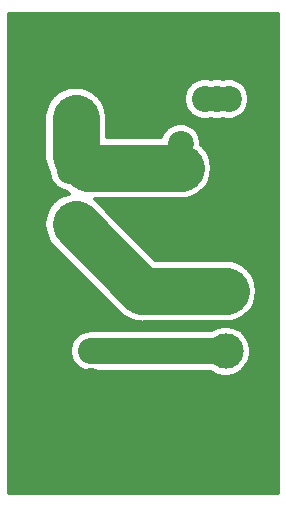
<source format=gbr>
%TF.GenerationSoftware,KiCad,Pcbnew,(5.1.6)-1*%
%TF.CreationDate,2022-07-04T15:30:00-05:00*%
%TF.ProjectId,laser_board,6c617365-725f-4626-9f61-72642e6b6963,rev?*%
%TF.SameCoordinates,Original*%
%TF.FileFunction,Copper,L2,Bot*%
%TF.FilePolarity,Positive*%
%FSLAX46Y46*%
G04 Gerber Fmt 4.6, Leading zero omitted, Abs format (unit mm)*
G04 Created by KiCad (PCBNEW (5.1.6)-1) date 2022-07-04 15:30:00*
%MOMM*%
%LPD*%
G01*
G04 APERTURE LIST*
%TA.AperFunction,ComponentPad*%
%ADD10C,2.200000*%
%TD*%
%TA.AperFunction,ComponentPad*%
%ADD11C,3.000000*%
%TD*%
%TA.AperFunction,ViaPad*%
%ADD12C,3.400000*%
%TD*%
%TA.AperFunction,Conductor*%
%ADD13C,4.000000*%
%TD*%
%TA.AperFunction,Conductor*%
%ADD14C,2.200000*%
%TD*%
%TA.AperFunction,Conductor*%
%ADD15C,0.300000*%
%TD*%
G04 APERTURE END LIST*
D10*
%TO.P,J1,2*%
%TO.N,Net-(J1-Pad2)*%
X21336000Y28194000D03*
X21336000Y29210000D03*
X21336000Y30226000D03*
%TO.P,J1,1*%
%TO.N,Net-(J1-Pad1)*%
X15240000Y28194000D03*
X15240000Y29210000D03*
X15240000Y30226000D03*
%TO.P,J1,3*%
%TO.N,Net-(J1-Pad3)*%
X19304000Y34036000D03*
X18288000Y34036000D03*
X17272000Y34036000D03*
%TD*%
D11*
%TO.P,J2,1*%
%TO.N,Net-(J2-Pad1)*%
X19050000Y17780000D03*
%TO.P,J2,2*%
%TO.N,Net-(J2-Pad2)*%
X19050000Y12700000D03*
%TO.P,J2,3*%
%TO.N,Net-(J1-Pad2)*%
X19050000Y7620000D03*
%TD*%
D10*
%TO.P,J3,1*%
%TO.N,Net-(J1-Pad2)*%
X7620000Y10160000D03*
%TO.P,J3,2*%
%TO.N,Net-(J2-Pad2)*%
X7620000Y12700000D03*
%TD*%
%TO.P,SW1,3*%
%TO.N,Net-(J2-Pad1)*%
X5842000Y23440000D03*
X7112000Y23440000D03*
%TO.P,SW1,2*%
%TO.N,Net-(J1-Pad1)*%
X5842000Y27940000D03*
X7112000Y27940000D03*
%TO.P,SW1,1*%
X5588000Y32440000D03*
X7112000Y32440000D03*
X6350000Y32440000D03*
%TO.P,SW1,2*%
X6350000Y27940000D03*
%TO.P,SW1,3*%
%TO.N,Net-(J2-Pad1)*%
X6350000Y23440000D03*
%TD*%
D12*
%TO.N,Net-(J1-Pad2)*%
X12700000Y38100000D03*
X12700000Y3810000D03*
%TD*%
D13*
%TO.N,Net-(J1-Pad1)*%
X15240000Y28194000D02*
X7366000Y28194000D01*
X6350000Y29210000D02*
X6350000Y32440000D01*
X7366000Y28194000D02*
X6350000Y29210000D01*
%TO.N,Net-(J2-Pad1)*%
X6350000Y23440000D02*
X12010000Y17780000D01*
X12010000Y17780000D02*
X19050000Y17780000D01*
D14*
%TO.N,Net-(J2-Pad2)*%
X7620000Y12700000D02*
X19050000Y12700000D01*
%TD*%
D15*
%TO.N,Net-(J1-Pad2)*%
G36*
X23455000Y675000D02*
G01*
X675000Y675000D01*
X675000Y12700000D01*
X5861533Y12700000D01*
X5870000Y12614032D01*
X5870000Y12527640D01*
X5886854Y12442909D01*
X5895321Y12356940D01*
X5920397Y12274276D01*
X5937251Y12189544D01*
X5970313Y12109727D01*
X5995388Y12027064D01*
X6036109Y11950881D01*
X6069170Y11871064D01*
X6117168Y11799231D01*
X6157888Y11723048D01*
X6212688Y11656274D01*
X6260686Y11584440D01*
X6321776Y11523350D01*
X6376576Y11456576D01*
X6443350Y11401776D01*
X6504440Y11340686D01*
X6576274Y11292688D01*
X6643048Y11237888D01*
X6719231Y11197168D01*
X6791064Y11149170D01*
X6870881Y11116109D01*
X6947064Y11075388D01*
X7029727Y11050313D01*
X7109544Y11017251D01*
X7194276Y11000397D01*
X7276940Y10975321D01*
X7362909Y10966854D01*
X7447640Y10950000D01*
X17799163Y10950000D01*
X18031593Y10794695D01*
X18422868Y10632623D01*
X18838243Y10550000D01*
X19261757Y10550000D01*
X19677132Y10632623D01*
X20068407Y10794695D01*
X20420545Y11029986D01*
X20720014Y11329455D01*
X20955305Y11681593D01*
X21117377Y12072868D01*
X21200000Y12488243D01*
X21200000Y12911757D01*
X21117377Y13327132D01*
X20955305Y13718407D01*
X20720014Y14070545D01*
X20420545Y14370014D01*
X20068407Y14605305D01*
X19677132Y14767377D01*
X19261757Y14850000D01*
X18838243Y14850000D01*
X18422868Y14767377D01*
X18031593Y14605305D01*
X17799163Y14450000D01*
X7447640Y14450000D01*
X7362909Y14433146D01*
X7276940Y14424679D01*
X7194276Y14399603D01*
X7109544Y14382749D01*
X7029727Y14349687D01*
X6947064Y14324612D01*
X6870881Y14283891D01*
X6791064Y14250830D01*
X6719231Y14202832D01*
X6643048Y14162112D01*
X6576274Y14107312D01*
X6504440Y14059314D01*
X6443350Y13998224D01*
X6376576Y13943424D01*
X6321776Y13876650D01*
X6260686Y13815560D01*
X6212688Y13743726D01*
X6157888Y13676952D01*
X6117168Y13600769D01*
X6069170Y13528936D01*
X6036109Y13449119D01*
X5995388Y13372936D01*
X5970313Y13290273D01*
X5937251Y13210456D01*
X5920397Y13125724D01*
X5895321Y13043060D01*
X5886854Y12957091D01*
X5870000Y12872360D01*
X5870000Y12785968D01*
X5861533Y12700000D01*
X675000Y12700000D01*
X675000Y29210000D01*
X3687179Y29210000D01*
X3700000Y29079823D01*
X3700000Y29079816D01*
X3738343Y28690510D01*
X3889873Y28190983D01*
X4092000Y27812830D01*
X4092000Y27767640D01*
X4159251Y27429544D01*
X4291170Y27111064D01*
X4482686Y26824440D01*
X4726440Y26580686D01*
X5013064Y26389170D01*
X5331544Y26257251D01*
X5618193Y26200233D01*
X5807674Y26044730D01*
X5330983Y25900127D01*
X4870616Y25654055D01*
X4467101Y25322899D01*
X4135945Y24919384D01*
X3889873Y24459017D01*
X3738343Y23959490D01*
X3687179Y23440000D01*
X3738343Y22920510D01*
X3889873Y22420983D01*
X4135945Y21960616D01*
X4384113Y21658222D01*
X10044116Y15998218D01*
X10127101Y15897101D01*
X10228218Y15814116D01*
X10228221Y15814113D01*
X10351887Y15712623D01*
X10530615Y15565944D01*
X10990982Y15319873D01*
X11490509Y15168343D01*
X11879815Y15130000D01*
X11879823Y15130000D01*
X12010000Y15117179D01*
X12140177Y15130000D01*
X19180185Y15130000D01*
X19569491Y15168343D01*
X20069018Y15319873D01*
X20529385Y15565944D01*
X20932899Y15897101D01*
X21264056Y16300615D01*
X21510127Y16760982D01*
X21661657Y17260509D01*
X21712822Y17780000D01*
X21661657Y18299491D01*
X21510127Y18799018D01*
X21264056Y19259385D01*
X20932899Y19662899D01*
X20529385Y19994056D01*
X20069018Y20240127D01*
X19569491Y20391657D01*
X19180185Y20430000D01*
X13107666Y20430000D01*
X8131778Y25405887D01*
X7963487Y25544000D01*
X15370185Y25544000D01*
X15759491Y25582343D01*
X16259018Y25733873D01*
X16719385Y25979944D01*
X17122899Y26311101D01*
X17454056Y26714615D01*
X17700127Y27174982D01*
X17851657Y27674509D01*
X17902822Y28194000D01*
X17851657Y28713491D01*
X17700127Y29213018D01*
X17454056Y29673385D01*
X17122899Y30076899D01*
X16990000Y30185967D01*
X16990000Y30398360D01*
X16922749Y30736456D01*
X16790830Y31054936D01*
X16599314Y31341560D01*
X16355560Y31585314D01*
X16068936Y31776830D01*
X15750456Y31908749D01*
X15412360Y31976000D01*
X15067640Y31976000D01*
X14729544Y31908749D01*
X14411064Y31776830D01*
X14124440Y31585314D01*
X13880686Y31341560D01*
X13689170Y31054936D01*
X13601797Y30844000D01*
X9000000Y30844000D01*
X9000000Y32570185D01*
X8961657Y32959491D01*
X8810127Y33459018D01*
X8564056Y33919385D01*
X8326900Y34208360D01*
X15522000Y34208360D01*
X15522000Y33863640D01*
X15589251Y33525544D01*
X15721170Y33207064D01*
X15912686Y32920440D01*
X16156440Y32676686D01*
X16443064Y32485170D01*
X16761544Y32353251D01*
X17099640Y32286000D01*
X17444360Y32286000D01*
X17780000Y32352762D01*
X18115640Y32286000D01*
X18460360Y32286000D01*
X18796000Y32352762D01*
X19131640Y32286000D01*
X19476360Y32286000D01*
X19814456Y32353251D01*
X20132936Y32485170D01*
X20419560Y32676686D01*
X20663314Y32920440D01*
X20854830Y33207064D01*
X20986749Y33525544D01*
X21054000Y33863640D01*
X21054000Y34208360D01*
X20986749Y34546456D01*
X20854830Y34864936D01*
X20663314Y35151560D01*
X20419560Y35395314D01*
X20132936Y35586830D01*
X19814456Y35718749D01*
X19476360Y35786000D01*
X19131640Y35786000D01*
X18796000Y35719238D01*
X18460360Y35786000D01*
X18115640Y35786000D01*
X17780000Y35719238D01*
X17444360Y35786000D01*
X17099640Y35786000D01*
X16761544Y35718749D01*
X16443064Y35586830D01*
X16156440Y35395314D01*
X15912686Y35151560D01*
X15721170Y34864936D01*
X15589251Y34546456D01*
X15522000Y34208360D01*
X8326900Y34208360D01*
X8232899Y34322899D01*
X7829385Y34654056D01*
X7369018Y34900127D01*
X6869491Y35051657D01*
X6350000Y35102822D01*
X5830510Y35051657D01*
X5330983Y34900127D01*
X4870616Y34654056D01*
X4467102Y34322899D01*
X4135945Y33919385D01*
X3889874Y33459018D01*
X3738343Y32959491D01*
X3700000Y32570185D01*
X3700000Y29340177D01*
X3687179Y29210000D01*
X675000Y29210000D01*
X675000Y41235000D01*
X23455001Y41235000D01*
X23455000Y675000D01*
G37*
X23455000Y675000D02*
X675000Y675000D01*
X675000Y12700000D01*
X5861533Y12700000D01*
X5870000Y12614032D01*
X5870000Y12527640D01*
X5886854Y12442909D01*
X5895321Y12356940D01*
X5920397Y12274276D01*
X5937251Y12189544D01*
X5970313Y12109727D01*
X5995388Y12027064D01*
X6036109Y11950881D01*
X6069170Y11871064D01*
X6117168Y11799231D01*
X6157888Y11723048D01*
X6212688Y11656274D01*
X6260686Y11584440D01*
X6321776Y11523350D01*
X6376576Y11456576D01*
X6443350Y11401776D01*
X6504440Y11340686D01*
X6576274Y11292688D01*
X6643048Y11237888D01*
X6719231Y11197168D01*
X6791064Y11149170D01*
X6870881Y11116109D01*
X6947064Y11075388D01*
X7029727Y11050313D01*
X7109544Y11017251D01*
X7194276Y11000397D01*
X7276940Y10975321D01*
X7362909Y10966854D01*
X7447640Y10950000D01*
X17799163Y10950000D01*
X18031593Y10794695D01*
X18422868Y10632623D01*
X18838243Y10550000D01*
X19261757Y10550000D01*
X19677132Y10632623D01*
X20068407Y10794695D01*
X20420545Y11029986D01*
X20720014Y11329455D01*
X20955305Y11681593D01*
X21117377Y12072868D01*
X21200000Y12488243D01*
X21200000Y12911757D01*
X21117377Y13327132D01*
X20955305Y13718407D01*
X20720014Y14070545D01*
X20420545Y14370014D01*
X20068407Y14605305D01*
X19677132Y14767377D01*
X19261757Y14850000D01*
X18838243Y14850000D01*
X18422868Y14767377D01*
X18031593Y14605305D01*
X17799163Y14450000D01*
X7447640Y14450000D01*
X7362909Y14433146D01*
X7276940Y14424679D01*
X7194276Y14399603D01*
X7109544Y14382749D01*
X7029727Y14349687D01*
X6947064Y14324612D01*
X6870881Y14283891D01*
X6791064Y14250830D01*
X6719231Y14202832D01*
X6643048Y14162112D01*
X6576274Y14107312D01*
X6504440Y14059314D01*
X6443350Y13998224D01*
X6376576Y13943424D01*
X6321776Y13876650D01*
X6260686Y13815560D01*
X6212688Y13743726D01*
X6157888Y13676952D01*
X6117168Y13600769D01*
X6069170Y13528936D01*
X6036109Y13449119D01*
X5995388Y13372936D01*
X5970313Y13290273D01*
X5937251Y13210456D01*
X5920397Y13125724D01*
X5895321Y13043060D01*
X5886854Y12957091D01*
X5870000Y12872360D01*
X5870000Y12785968D01*
X5861533Y12700000D01*
X675000Y12700000D01*
X675000Y29210000D01*
X3687179Y29210000D01*
X3700000Y29079823D01*
X3700000Y29079816D01*
X3738343Y28690510D01*
X3889873Y28190983D01*
X4092000Y27812830D01*
X4092000Y27767640D01*
X4159251Y27429544D01*
X4291170Y27111064D01*
X4482686Y26824440D01*
X4726440Y26580686D01*
X5013064Y26389170D01*
X5331544Y26257251D01*
X5618193Y26200233D01*
X5807674Y26044730D01*
X5330983Y25900127D01*
X4870616Y25654055D01*
X4467101Y25322899D01*
X4135945Y24919384D01*
X3889873Y24459017D01*
X3738343Y23959490D01*
X3687179Y23440000D01*
X3738343Y22920510D01*
X3889873Y22420983D01*
X4135945Y21960616D01*
X4384113Y21658222D01*
X10044116Y15998218D01*
X10127101Y15897101D01*
X10228218Y15814116D01*
X10228221Y15814113D01*
X10351887Y15712623D01*
X10530615Y15565944D01*
X10990982Y15319873D01*
X11490509Y15168343D01*
X11879815Y15130000D01*
X11879823Y15130000D01*
X12010000Y15117179D01*
X12140177Y15130000D01*
X19180185Y15130000D01*
X19569491Y15168343D01*
X20069018Y15319873D01*
X20529385Y15565944D01*
X20932899Y15897101D01*
X21264056Y16300615D01*
X21510127Y16760982D01*
X21661657Y17260509D01*
X21712822Y17780000D01*
X21661657Y18299491D01*
X21510127Y18799018D01*
X21264056Y19259385D01*
X20932899Y19662899D01*
X20529385Y19994056D01*
X20069018Y20240127D01*
X19569491Y20391657D01*
X19180185Y20430000D01*
X13107666Y20430000D01*
X8131778Y25405887D01*
X7963487Y25544000D01*
X15370185Y25544000D01*
X15759491Y25582343D01*
X16259018Y25733873D01*
X16719385Y25979944D01*
X17122899Y26311101D01*
X17454056Y26714615D01*
X17700127Y27174982D01*
X17851657Y27674509D01*
X17902822Y28194000D01*
X17851657Y28713491D01*
X17700127Y29213018D01*
X17454056Y29673385D01*
X17122899Y30076899D01*
X16990000Y30185967D01*
X16990000Y30398360D01*
X16922749Y30736456D01*
X16790830Y31054936D01*
X16599314Y31341560D01*
X16355560Y31585314D01*
X16068936Y31776830D01*
X15750456Y31908749D01*
X15412360Y31976000D01*
X15067640Y31976000D01*
X14729544Y31908749D01*
X14411064Y31776830D01*
X14124440Y31585314D01*
X13880686Y31341560D01*
X13689170Y31054936D01*
X13601797Y30844000D01*
X9000000Y30844000D01*
X9000000Y32570185D01*
X8961657Y32959491D01*
X8810127Y33459018D01*
X8564056Y33919385D01*
X8326900Y34208360D01*
X15522000Y34208360D01*
X15522000Y33863640D01*
X15589251Y33525544D01*
X15721170Y33207064D01*
X15912686Y32920440D01*
X16156440Y32676686D01*
X16443064Y32485170D01*
X16761544Y32353251D01*
X17099640Y32286000D01*
X17444360Y32286000D01*
X17780000Y32352762D01*
X18115640Y32286000D01*
X18460360Y32286000D01*
X18796000Y32352762D01*
X19131640Y32286000D01*
X19476360Y32286000D01*
X19814456Y32353251D01*
X20132936Y32485170D01*
X20419560Y32676686D01*
X20663314Y32920440D01*
X20854830Y33207064D01*
X20986749Y33525544D01*
X21054000Y33863640D01*
X21054000Y34208360D01*
X20986749Y34546456D01*
X20854830Y34864936D01*
X20663314Y35151560D01*
X20419560Y35395314D01*
X20132936Y35586830D01*
X19814456Y35718749D01*
X19476360Y35786000D01*
X19131640Y35786000D01*
X18796000Y35719238D01*
X18460360Y35786000D01*
X18115640Y35786000D01*
X17780000Y35719238D01*
X17444360Y35786000D01*
X17099640Y35786000D01*
X16761544Y35718749D01*
X16443064Y35586830D01*
X16156440Y35395314D01*
X15912686Y35151560D01*
X15721170Y34864936D01*
X15589251Y34546456D01*
X15522000Y34208360D01*
X8326900Y34208360D01*
X8232899Y34322899D01*
X7829385Y34654056D01*
X7369018Y34900127D01*
X6869491Y35051657D01*
X6350000Y35102822D01*
X5830510Y35051657D01*
X5330983Y34900127D01*
X4870616Y34654056D01*
X4467102Y34322899D01*
X4135945Y33919385D01*
X3889874Y33459018D01*
X3738343Y32959491D01*
X3700000Y32570185D01*
X3700000Y29340177D01*
X3687179Y29210000D01*
X675000Y29210000D01*
X675000Y41235000D01*
X23455001Y41235000D01*
X23455000Y675000D01*
%TD*%
M02*

</source>
